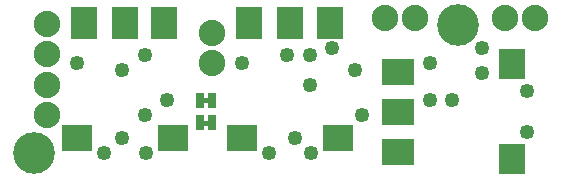
<source format=gbs>
G04 MADE WITH FRITZING*
G04 WWW.FRITZING.ORG*
G04 DOUBLE SIDED*
G04 HOLES PLATED*
G04 CONTOUR ON CENTER OF CONTOUR VECTOR*
%ASAXBY*%
%FSLAX23Y23*%
%MOIN*%
%OFA0B0*%
%SFA1.0B1.0*%
%ADD10C,0.049370*%
%ADD11C,0.049361*%
%ADD12C,0.088000*%
%ADD13C,0.139000*%
%ADD14R,0.098792X0.088736*%
%ADD15R,0.088750X0.108417*%
%ADD16R,0.098778X0.088736*%
%ADD17R,0.088208X0.108417*%
%ADD18R,0.088736X0.098792*%
%ADD19R,0.108417X0.088750*%
%ADD20R,0.088736X0.098778*%
%ADD21R,0.108417X0.088208*%
%ADD22C,0.018000*%
%ADD23C,0.010000*%
%LNMASK0*%
G90*
G70*
G54D10*
X1014Y414D03*
X1014Y314D03*
X964Y139D03*
X389Y364D03*
G54D11*
X468Y87D03*
X328Y87D03*
G54D10*
X464Y414D03*
X1089Y438D03*
X939Y414D03*
X539Y264D03*
G54D12*
X139Y313D03*
X139Y213D03*
X139Y313D03*
X139Y213D03*
X1764Y539D03*
X1664Y539D03*
X1764Y539D03*
X1664Y539D03*
X1364Y539D03*
X1264Y539D03*
X1364Y539D03*
X1264Y539D03*
X689Y489D03*
X689Y389D03*
X689Y489D03*
X689Y389D03*
X139Y519D03*
X139Y419D03*
X139Y519D03*
X139Y419D03*
G54D10*
X464Y214D03*
X1189Y214D03*
X1589Y354D03*
G54D11*
X1740Y296D03*
X1740Y157D03*
G54D10*
X1414Y264D03*
X1489Y264D03*
X1164Y364D03*
X1589Y439D03*
X1414Y389D03*
X239Y389D03*
X789Y389D03*
G54D13*
X1507Y514D03*
X96Y89D03*
G54D10*
X389Y139D03*
G54D11*
X1018Y87D03*
X879Y87D03*
G54D14*
X240Y138D03*
G54D15*
X397Y521D03*
G54D16*
X557Y138D03*
G54D15*
X262Y521D03*
G54D17*
X530Y521D03*
G54D18*
X1689Y68D03*
G54D19*
X1307Y225D03*
G54D20*
X1689Y385D03*
G54D19*
X1307Y90D03*
G54D21*
X1307Y358D03*
G54D14*
X790Y138D03*
G54D15*
X947Y521D03*
G54D16*
X1108Y138D03*
G54D15*
X812Y521D03*
G54D17*
X1081Y521D03*
G54D22*
X654Y189D02*
X684Y189D01*
D02*
X654Y264D02*
X684Y264D01*
G54D23*
G36*
X636Y164D02*
X636Y214D01*
X661Y214D01*
X661Y164D01*
X636Y164D01*
G37*
D02*
G36*
X676Y164D02*
X676Y214D01*
X701Y214D01*
X701Y164D01*
X676Y164D01*
G37*
D02*
G36*
X636Y239D02*
X636Y289D01*
X661Y289D01*
X661Y239D01*
X636Y239D01*
G37*
D02*
G36*
X676Y239D02*
X676Y289D01*
X701Y289D01*
X701Y239D01*
X676Y239D01*
G37*
D02*
G04 End of Mask0*
M02*
</source>
